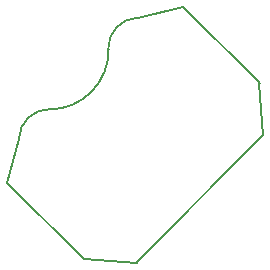
<source format=gbo>
G04 #@! TF.FileFunction,Legend,Bot*
%FSLAX46Y46*%
G04 Gerber Fmt 4.6, Leading zero omitted, Abs format (unit mm)*
G04 Created by KiCad (PCBNEW 4.0.4-stable) date 01/08/17 13:20:24*
%MOMM*%
%LPD*%
G01*
G04 APERTURE LIST*
%ADD10C,0.100000*%
%ADD11C,0.150000*%
G04 APERTURE END LIST*
D10*
D11*
X198121323Y-92699013D02*
X197133495Y-96470720D01*
X208179210Y-82461521D02*
X212040720Y-81563495D01*
X198103363Y-92716973D02*
G75*
G02X200797440Y-90202502I2604274J-89803D01*
G01*
X205673719Y-85146617D02*
G75*
G02X208188191Y-82452541I2604274J89802D01*
G01*
X205709639Y-85110696D02*
G75*
G02X200770499Y-90229442I-5028943J-89803D01*
G01*
X218775912Y-92429605D02*
X218461604Y-87984378D01*
X203599280Y-102936505D02*
X208089408Y-103205912D01*
X207999605Y-103205912D02*
X218775912Y-92429605D01*
X197133495Y-96470720D02*
X203599280Y-102936505D01*
X212040720Y-81563495D02*
X218506505Y-88029280D01*
M02*

</source>
